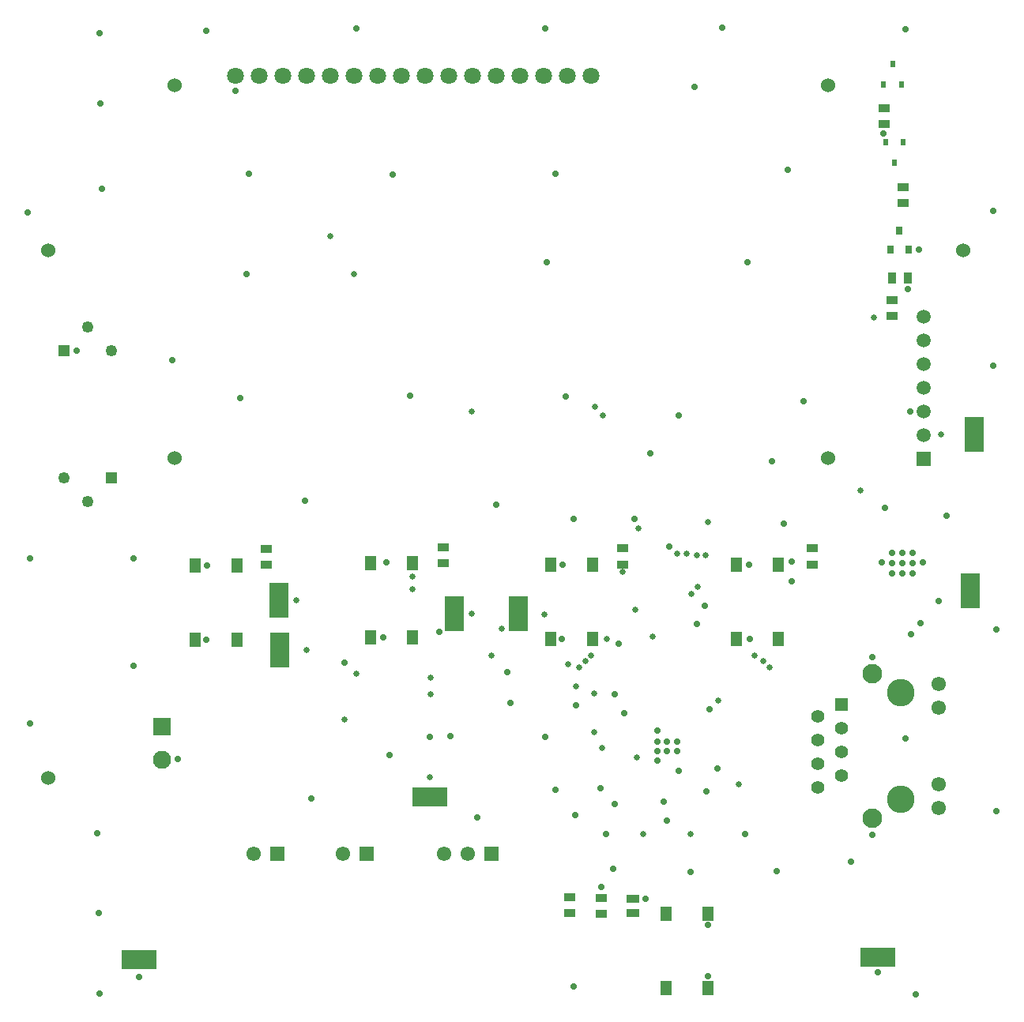
<source format=gbr>
%TF.GenerationSoftware,Altium Limited,Altium Designer,18.1.9 (240)*%
G04 Layer_Color=8388736*
%FSLAX43Y43*%
%MOMM*%
%TF.FileFunction,Soldermask,Top*%
%TF.Part,Single*%
G01*
G75*
%TA.AperFunction,SMDPad,CuDef*%
%ADD10R,2.030X3.800*%
%ADD11R,1.300X1.550*%
%ADD12R,0.600X0.750*%
%ADD13R,1.300X0.850*%
%ADD14R,0.850X1.300*%
%ADD15R,3.800X2.030*%
%ADD16R,1.350X0.950*%
%ADD17R,0.800X0.900*%
%TA.AperFunction,ComponentPad*%
%ADD20C,1.250*%
%ADD21R,1.250X1.250*%
%ADD22C,1.550*%
%ADD23R,1.400X1.400*%
%ADD24C,1.400*%
%ADD25C,2.100*%
%ADD26C,2.950*%
%ADD27C,1.500*%
%ADD28R,1.500X1.500*%
%ADD29R,1.550X1.550*%
%TA.AperFunction,ViaPad*%
%ADD30C,1.524*%
%TA.AperFunction,ComponentPad*%
%ADD31C,1.950*%
%ADD32R,1.950X1.950*%
%ADD33C,1.800*%
%ADD34C,1.524*%
%TA.AperFunction,ViaPad*%
%ADD35C,0.700*%
%ADD36C,0.650*%
D10*
X80620Y68097D02*
D03*
X129057Y70485D02*
D03*
X73762Y68047D02*
D03*
X55042Y64135D02*
D03*
X54966Y69520D02*
D03*
X129438Y87300D02*
D03*
D11*
X45974Y65312D02*
D03*
X50474D02*
D03*
X45974Y73262D02*
D03*
X50474D02*
D03*
X69306Y73462D02*
D03*
X64806D02*
D03*
X69306Y65512D02*
D03*
X64806D02*
D03*
X100929Y35903D02*
D03*
X96429D02*
D03*
X100929Y27953D02*
D03*
X96429D02*
D03*
X103958Y65375D02*
D03*
X108458D02*
D03*
X103958Y73325D02*
D03*
X108458D02*
D03*
X84074Y65375D02*
D03*
X88574D02*
D03*
X84074Y73325D02*
D03*
X88574D02*
D03*
D12*
X119776Y124833D02*
D03*
X121676D02*
D03*
X120726Y127033D02*
D03*
X121879Y118600D02*
D03*
X119979D02*
D03*
X120929Y116400D02*
D03*
D13*
X119812Y120576D02*
D03*
Y122276D02*
D03*
X120701Y101700D02*
D03*
Y100000D02*
D03*
X72568Y75182D02*
D03*
Y73482D02*
D03*
X89535Y37616D02*
D03*
Y35916D02*
D03*
X86157Y35966D02*
D03*
Y37666D02*
D03*
X121869Y113816D02*
D03*
Y112116D02*
D03*
X112092Y75055D02*
D03*
Y73355D02*
D03*
X91823D02*
D03*
Y75055D02*
D03*
X53645Y73293D02*
D03*
Y74993D02*
D03*
D14*
X122401Y104064D02*
D03*
X120701D02*
D03*
D15*
X39980Y30963D02*
D03*
X119126Y31267D02*
D03*
X71171Y48387D02*
D03*
D16*
X92913Y37541D02*
D03*
Y35941D02*
D03*
D17*
X121463Y109128D02*
D03*
X122413Y107128D02*
D03*
X120513D02*
D03*
D20*
X37008Y96276D02*
D03*
X34468Y98816D02*
D03*
Y80051D02*
D03*
X31928Y82591D02*
D03*
D21*
Y96276D02*
D03*
X37008Y82591D02*
D03*
D22*
X125628Y49818D02*
D03*
Y47278D02*
D03*
Y60528D02*
D03*
Y57988D02*
D03*
X72644Y42342D02*
D03*
X75184D02*
D03*
X61798Y42316D02*
D03*
X52248Y42342D02*
D03*
D23*
X115218Y58348D02*
D03*
D24*
Y55808D02*
D03*
Y53268D02*
D03*
Y50728D02*
D03*
X112678Y49458D02*
D03*
Y51998D02*
D03*
Y54538D02*
D03*
Y57078D02*
D03*
D25*
X118518Y46158D02*
D03*
Y61648D02*
D03*
D26*
X121568Y59618D02*
D03*
Y48188D02*
D03*
D27*
X124054Y89713D02*
D03*
Y87173D02*
D03*
Y92253D02*
D03*
Y94793D02*
D03*
Y97333D02*
D03*
Y99873D02*
D03*
D28*
Y84633D02*
D03*
D29*
X77724Y42342D02*
D03*
X64338Y42316D02*
D03*
X54788Y42342D02*
D03*
D30*
X30250Y106985D02*
D03*
Y50495D02*
D03*
X128250Y106980D02*
D03*
D31*
X42469Y52431D02*
D03*
D32*
Y55931D02*
D03*
D33*
X50317Y125730D02*
D03*
X52857D02*
D03*
X55397D02*
D03*
X57937D02*
D03*
X60477D02*
D03*
X63017D02*
D03*
X65557D02*
D03*
X68097D02*
D03*
X70637D02*
D03*
X73177D02*
D03*
X75717D02*
D03*
X78257D02*
D03*
X80797D02*
D03*
X83337D02*
D03*
X85877D02*
D03*
X88417D02*
D03*
D34*
X43817Y124730D02*
D03*
X113817D02*
D03*
X43817Y84730D02*
D03*
X113817D02*
D03*
D35*
X121793Y73482D02*
D03*
Y72382D02*
D03*
X122893D02*
D03*
Y73482D02*
D03*
X121793Y74582D02*
D03*
X122893D02*
D03*
X120693Y73482D02*
D03*
Y72382D02*
D03*
Y74582D02*
D03*
X76200Y46228D02*
D03*
X107772Y84411D02*
D03*
X122072Y54712D02*
D03*
X104930Y44475D02*
D03*
X119939Y79426D02*
D03*
X118518Y63449D02*
D03*
Y44399D02*
D03*
X122606Y89713D02*
D03*
X131547Y111277D02*
D03*
X78270Y79728D02*
D03*
X57734Y80162D02*
D03*
X39395Y62493D02*
D03*
Y73965D02*
D03*
X86589Y28118D02*
D03*
X83515Y54860D02*
D03*
X90758Y40742D02*
D03*
X108331Y40437D02*
D03*
X99466Y124511D02*
D03*
X111150Y90830D02*
D03*
X85700Y91389D02*
D03*
X69062Y91465D02*
D03*
X50851Y91211D02*
D03*
X43510Y95250D02*
D03*
X105207Y105766D02*
D03*
X83693D02*
D03*
X51486Y104445D02*
D03*
X109499Y115672D02*
D03*
X84607Y115240D02*
D03*
X67183Y115138D02*
D03*
X51791Y115240D02*
D03*
X122149Y130734D02*
D03*
X102489Y130912D02*
D03*
X83464Y130810D02*
D03*
X63271Y130785D02*
D03*
X47142Y130556D02*
D03*
X35839Y122784D02*
D03*
X36017Y113589D02*
D03*
X35789Y130327D02*
D03*
X28042Y111100D02*
D03*
X28270Y56312D02*
D03*
Y73990D02*
D03*
X35662Y35992D02*
D03*
X35458Y44526D02*
D03*
X35789Y27305D02*
D03*
X123215Y27254D02*
D03*
X131826Y66345D02*
D03*
X131547Y94640D02*
D03*
X131826Y46863D02*
D03*
X109906Y73635D02*
D03*
X95555Y52299D02*
D03*
X96190Y47955D02*
D03*
X94771Y85293D02*
D03*
X126477Y78537D02*
D03*
X96521Y54344D02*
D03*
X95521D02*
D03*
X96521Y53344D02*
D03*
X95521D02*
D03*
X122401Y102895D02*
D03*
X123520Y107137D02*
D03*
X79781Y58522D02*
D03*
X84633Y49218D02*
D03*
X89459Y49325D02*
D03*
X90983Y59461D02*
D03*
X101129Y57785D02*
D03*
X101969Y51511D02*
D03*
X100784Y49014D02*
D03*
X93036Y78228D02*
D03*
X119776Y119532D02*
D03*
X58420Y48260D02*
D03*
X91971Y57379D02*
D03*
X91415Y64872D02*
D03*
X116256Y41453D02*
D03*
X33274Y96291D02*
D03*
X96521Y45847D02*
D03*
X97771Y51257D02*
D03*
X90932Y47625D02*
D03*
X99085Y40361D02*
D03*
X44120Y52476D02*
D03*
X47193Y65312D02*
D03*
X47269Y73254D02*
D03*
X50317Y124104D02*
D03*
X99771Y67005D02*
D03*
X95529Y55524D02*
D03*
X97663Y53340D02*
D03*
Y54344D02*
D03*
X86741Y46482D02*
D03*
X89992Y44450D02*
D03*
X119583Y73558D02*
D03*
X123977D02*
D03*
X109931Y71552D02*
D03*
X105359Y73325D02*
D03*
X105410Y65375D02*
D03*
X85319Y65380D02*
D03*
X85395Y73330D02*
D03*
X66497Y73558D02*
D03*
X66167Y65507D02*
D03*
X94234Y37541D02*
D03*
X39954Y29159D02*
D03*
X119151Y29642D02*
D03*
X100929Y29210D02*
D03*
X100940Y34671D02*
D03*
X97790Y89332D02*
D03*
X86538Y78232D02*
D03*
X122707Y65888D02*
D03*
X123749Y67081D02*
D03*
X109093Y77724D02*
D03*
X100635Y68910D02*
D03*
X86792Y58217D02*
D03*
X62011Y62853D02*
D03*
X79477Y61798D02*
D03*
X72161Y66116D02*
D03*
X73381Y54940D02*
D03*
X71145Y54889D02*
D03*
X66827Y52899D02*
D03*
X96774Y75235D02*
D03*
X89535Y38760D02*
D03*
X125654Y69444D02*
D03*
D36*
X100934Y77876D02*
D03*
X69306Y72034D02*
D03*
X69317Y70714D02*
D03*
X90119Y65375D02*
D03*
X91823Y72517D02*
D03*
X75590Y68072D02*
D03*
X88417Y63602D02*
D03*
X87782Y62967D02*
D03*
X87147Y62332D02*
D03*
X93193Y68529D02*
D03*
X93980Y44475D02*
D03*
X71222Y61214D02*
D03*
Y59411D02*
D03*
X93294Y52629D02*
D03*
X99085Y44450D02*
D03*
X102006Y58776D02*
D03*
X95021Y65608D02*
D03*
X99162Y70206D02*
D03*
X117297Y81255D02*
D03*
X97663Y74524D02*
D03*
X98679Y74473D02*
D03*
X99746Y74371D02*
D03*
X78816Y66446D02*
D03*
X77724Y63551D02*
D03*
X62001Y56718D02*
D03*
X71171Y50546D02*
D03*
X99803Y70917D02*
D03*
X63297Y61595D02*
D03*
X86792Y60313D02*
D03*
X85979Y62636D02*
D03*
X105943Y63551D02*
D03*
X106858Y62992D02*
D03*
X57937Y64160D02*
D03*
X56871Y69545D02*
D03*
X100660Y74371D02*
D03*
X107569Y62281D02*
D03*
X88773Y59487D02*
D03*
X83388Y67996D02*
D03*
X88773Y55397D02*
D03*
X89611Y53670D02*
D03*
X75667Y89738D02*
D03*
X93472Y77216D02*
D03*
X125933Y87274D02*
D03*
X104242Y49794D02*
D03*
X118720Y99797D02*
D03*
X62992Y104496D02*
D03*
X60477Y108509D02*
D03*
X88849Y90221D02*
D03*
X89651Y89281D02*
D03*
%TF.MD5,e28ab834b5182d95969669b76dcbc77a*%
M02*

</source>
